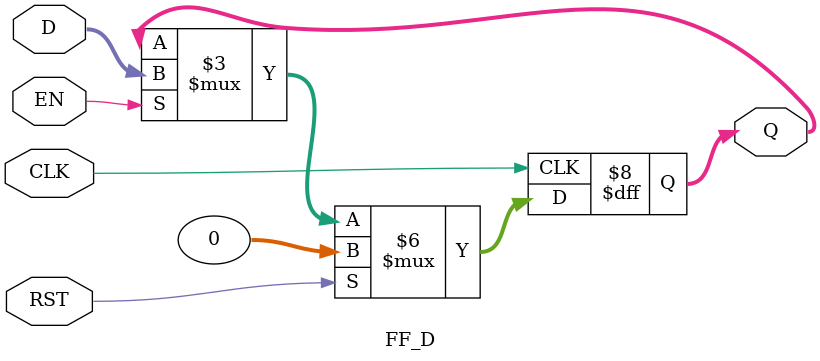
<source format=v>
`timescale 1ns / 1ps


module FF_D	#(parameter P = 32) //REGISTRO DE 32 BITS
(
input wire CLK, //RELOJ DEL SISTEMA
input wire RST, //RESET
input wire EN, //ENABLE
input wire [P-1:0] D, //ENTRADA
output reg [P-1:0] Q //SALIDA
);

always @(posedge CLK/*, posedge RST*/)
begin
    if(RST)
        Q <= 0;
    else if(EN)
        Q <= D;
    else
        Q <= Q;
end

endmodule

</source>
